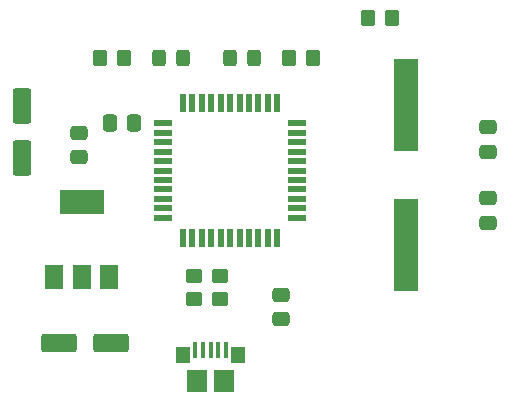
<source format=gbr>
%TF.GenerationSoftware,KiCad,Pcbnew,7.0.10*%
%TF.CreationDate,2024-11-13T12:28:53-05:00*%
%TF.ProjectId,pmodThingy,706d6f64-5468-4696-9e67-792e6b696361,rev?*%
%TF.SameCoordinates,Original*%
%TF.FileFunction,Paste,Top*%
%TF.FilePolarity,Positive*%
%FSLAX46Y46*%
G04 Gerber Fmt 4.6, Leading zero omitted, Abs format (unit mm)*
G04 Created by KiCad (PCBNEW 7.0.10) date 2024-11-13 12:28:53*
%MOMM*%
%LPD*%
G01*
G04 APERTURE LIST*
G04 Aperture macros list*
%AMRoundRect*
0 Rectangle with rounded corners*
0 $1 Rounding radius*
0 $2 $3 $4 $5 $6 $7 $8 $9 X,Y pos of 4 corners*
0 Add a 4 corners polygon primitive as box body*
4,1,4,$2,$3,$4,$5,$6,$7,$8,$9,$2,$3,0*
0 Add four circle primitives for the rounded corners*
1,1,$1+$1,$2,$3*
1,1,$1+$1,$4,$5*
1,1,$1+$1,$6,$7*
1,1,$1+$1,$8,$9*
0 Add four rect primitives between the rounded corners*
20,1,$1+$1,$2,$3,$4,$5,0*
20,1,$1+$1,$4,$5,$6,$7,0*
20,1,$1+$1,$6,$7,$8,$9,0*
20,1,$1+$1,$8,$9,$2,$3,0*%
G04 Aperture macros list end*
%ADD10RoundRect,0.250000X0.325000X0.450000X-0.325000X0.450000X-0.325000X-0.450000X0.325000X-0.450000X0*%
%ADD11RoundRect,0.250000X-0.475000X0.337500X-0.475000X-0.337500X0.475000X-0.337500X0.475000X0.337500X0*%
%ADD12RoundRect,0.250000X1.250000X0.550000X-1.250000X0.550000X-1.250000X-0.550000X1.250000X-0.550000X0*%
%ADD13RoundRect,0.250000X0.350000X0.450000X-0.350000X0.450000X-0.350000X-0.450000X0.350000X-0.450000X0*%
%ADD14R,0.550000X1.500000*%
%ADD15R,1.500000X0.550000*%
%ADD16R,1.500000X2.000000*%
%ADD17R,3.800000X2.000000*%
%ADD18RoundRect,0.250000X0.337500X0.475000X-0.337500X0.475000X-0.337500X-0.475000X0.337500X-0.475000X0*%
%ADD19RoundRect,0.250000X0.550000X-1.250000X0.550000X1.250000X-0.550000X1.250000X-0.550000X-1.250000X0*%
%ADD20RoundRect,0.250000X0.450000X-0.350000X0.450000X0.350000X-0.450000X0.350000X-0.450000X-0.350000X0*%
%ADD21RoundRect,0.250000X0.475000X-0.337500X0.475000X0.337500X-0.475000X0.337500X-0.475000X-0.337500X0*%
%ADD22RoundRect,0.250000X-0.325000X-0.450000X0.325000X-0.450000X0.325000X0.450000X-0.325000X0.450000X0*%
%ADD23R,2.000000X7.875000*%
%ADD24RoundRect,0.250000X-0.350000X-0.450000X0.350000X-0.450000X0.350000X0.450000X-0.350000X0.450000X0*%
%ADD25R,0.400000X1.400000*%
%ADD26R,1.150000X1.450000*%
%ADD27R,1.750000X1.900000*%
G04 APERTURE END LIST*
D10*
%TO.C,D1*%
X136597000Y-62738000D03*
X134547000Y-62738000D03*
%TD*%
D11*
%TO.C,C3*%
X144907000Y-82782500D03*
X144907000Y-84857500D03*
%TD*%
D12*
%TO.C,C5*%
X130470000Y-86868000D03*
X126070000Y-86868000D03*
%TD*%
D13*
%TO.C,R4*%
X147605000Y-62738000D03*
X145605000Y-62738000D03*
%TD*%
D14*
%TO.C,U1*%
X136589000Y-77963000D03*
X137389000Y-77963000D03*
X138189000Y-77963000D03*
X138989000Y-77963000D03*
X139789000Y-77963000D03*
X140589000Y-77963000D03*
X141389000Y-77963000D03*
X142189000Y-77963000D03*
X142989000Y-77963000D03*
X143789000Y-77963000D03*
X144589000Y-77963000D03*
D15*
X146289000Y-76263000D03*
X146289000Y-75463000D03*
X146289000Y-74663000D03*
X146289000Y-73863000D03*
X146289000Y-73063000D03*
X146289000Y-72263000D03*
X146289000Y-71463000D03*
X146289000Y-70663000D03*
X146289000Y-69863000D03*
X146289000Y-69063000D03*
X146289000Y-68263000D03*
D14*
X144589000Y-66563000D03*
X143789000Y-66563000D03*
X142989000Y-66563000D03*
X142189000Y-66563000D03*
X141389000Y-66563000D03*
X140589000Y-66563000D03*
X139789000Y-66563000D03*
X138989000Y-66563000D03*
X138189000Y-66563000D03*
X137389000Y-66563000D03*
X136589000Y-66563000D03*
D15*
X134889000Y-68263000D03*
X134889000Y-69063000D03*
X134889000Y-69863000D03*
X134889000Y-70663000D03*
X134889000Y-71463000D03*
X134889000Y-72263000D03*
X134889000Y-73063000D03*
X134889000Y-73863000D03*
X134889000Y-74663000D03*
X134889000Y-75463000D03*
X134889000Y-76263000D03*
%TD*%
D16*
%TO.C,U2*%
X125716000Y-81255000D03*
X128016000Y-81255000D03*
D17*
X128016000Y-74955000D03*
D16*
X130316000Y-81255000D03*
%TD*%
D18*
%TO.C,C7*%
X132482500Y-68199000D03*
X130407500Y-68199000D03*
%TD*%
D19*
%TO.C,C6*%
X122936000Y-71161000D03*
X122936000Y-66761000D03*
%TD*%
D20*
%TO.C,R2*%
X137541000Y-83169000D03*
X137541000Y-81169000D03*
%TD*%
%TO.C,R1*%
X139700000Y-83169000D03*
X139700000Y-81169000D03*
%TD*%
D11*
%TO.C,C2*%
X162448000Y-74606500D03*
X162448000Y-76681500D03*
%TD*%
D21*
%TO.C,C4*%
X127762000Y-71141500D03*
X127762000Y-69066500D03*
%TD*%
D22*
%TO.C,D2*%
X140580000Y-62738000D03*
X142630000Y-62738000D03*
%TD*%
D21*
%TO.C,C1*%
X162448000Y-70681500D03*
X162448000Y-68606500D03*
%TD*%
D23*
%TO.C,Y1*%
X155448000Y-78581500D03*
X155448000Y-66706500D03*
%TD*%
D24*
%TO.C,R5*%
X152289000Y-59309000D03*
X154289000Y-59309000D03*
%TD*%
%TO.C,R3*%
X129572000Y-62738000D03*
X131572000Y-62738000D03*
%TD*%
D25*
%TO.C,J3*%
X137638000Y-87450000D03*
X138288000Y-87450000D03*
X138938000Y-87450000D03*
X139588000Y-87450000D03*
X140238000Y-87450000D03*
D26*
X136618000Y-87870000D03*
D27*
X137813000Y-90100000D03*
X140063000Y-90100000D03*
D26*
X141258000Y-87870000D03*
%TD*%
M02*

</source>
